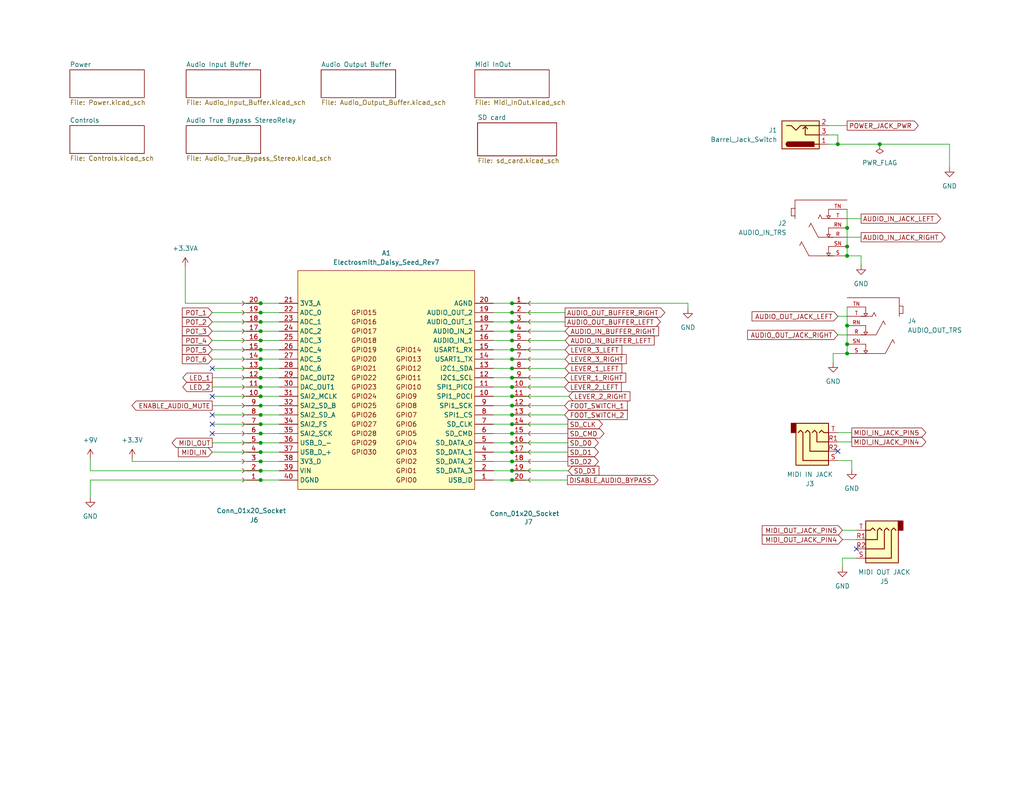
<source format=kicad_sch>
(kicad_sch (version 20250114) (generator "eeschema") (generator_version "9.0")
  (paper "USLetter")
  (title_block (title "Daisy Seed Guitar Pedal 125B") (date "2024-02-25") (rev "6") (company "Made by Keith Shepherd (kshep@mac.com)") (comment 1 "https://github.com/electro-smith/Hardware/blob/master/reference/daisy_petal/") (comment 2 "Schematic loosly based on the Electro-Smith Daisy Petal Reference Hardware Rev 5"))
  (lib_symbols
    (symbol "Connector:Barrel_Jack_Switch" (pin_names (hide yes))
      (property "Reference" "J" (at 0 5.334 0))
      (property "Value" "Barrel_Jack_Switch" (at 0 -5.08 0))
      (symbol "Barrel_Jack_Switch_0_1"
        (rectangle (start -5.08 3.81) (end 5.08 -3.81) (stroke (width 0.254)) (fill (type background)))
        (polyline (pts (xy -3.81 -2.54) (xy -2.54 -2.54) (xy -1.27 -1.27) (xy 0 -2.54) (xy 2.54 -2.54) (xy 5.08 -2.54)) (stroke (width 0.254)))
        (arc (start -3.302 1.905) (mid -3.9343 2.54) (end -3.302 3.175) (stroke (width 0.254)))
        (arc (start -3.302 1.905) (mid -3.9343 2.54) (end -3.302 3.175) (stroke (width 0.254)) (fill (type outline)))
        (polyline (pts (xy 1.27 -2.286) (xy 1.905 -1.651)) (stroke (width 0.254)))
        (rectangle (start 3.683 3.175) (end -3.302 1.905) (stroke (width 0.254)) (fill (type outline)))
        (polyline (pts (xy 5.08 2.54) (xy 3.81 2.54)) (stroke (width 0.254)))
        (polyline (pts (xy 5.08 0) (xy 1.27 0) (xy 1.27 -2.286) (xy 0.635 -1.651)) (stroke (width 0.254)))
      )
      (symbol "Barrel_Jack_Switch_1_1"
        (pin passive line (at 7.62 2.54 180) (length 2.54) (name "~") (number "1"))
        (pin passive line (at 7.62 0 180) (length 2.54) (name "~") (number "3"))
        (pin passive line (at 7.62 -2.54 180) (length 2.54) (name "~") (number "2"))
      )
    )
    (symbol "Connector:Conn_01x20_Socket" (pin_names (offset 1.016) (hide yes))
      (property "Reference" "J" (at 0 25.4 0))
      (property "Value" "Conn_01x20_Socket" (at 0 -27.94 0))
      (symbol "Conn_01x20_Socket_1_1"
        (polyline (pts (xy -1.27 22.86) (xy -0.508 22.86)) (stroke (width 0.1524)))
        (polyline (pts (xy -1.27 20.32) (xy -0.508 20.32)) (stroke (width 0.1524)))
        (polyline (pts (xy -1.27 17.78) (xy -0.508 17.78)) (stroke (width 0.1524)))
        (polyline (pts (xy -1.27 15.24) (xy -0.508 15.24)) (stroke (width 0.1524)))
        (polyline (pts (xy -1.27 12.7) (xy -0.508 12.7)) (stroke (width 0.1524)))
        (polyline (pts (xy -1.27 10.16) (xy -0.508 10.16)) (stroke (width 0.1524)))
        (polyline (pts (xy -1.27 7.62) (xy -0.508 7.62)) (stroke (width 0.1524)))
        (polyline (pts (xy -1.27 5.08) (xy -0.508 5.08)) (stroke (width 0.1524)))
        (polyline (pts (xy -1.27 2.54) (xy -0.508 2.54)) (stroke (width 0.1524)))
        (polyline (pts (xy -1.27 0) (xy -0.508 0)) (stroke (width 0.1524)))
        (polyline (pts (xy -1.27 -2.54) (xy -0.508 -2.54)) (stroke (width 0.1524)))
        (polyline (pts (xy -1.27 -5.08) (xy -0.508 -5.08)) (stroke (width 0.1524)))
        (polyline (pts (xy -1.27 -7.62) (xy -0.508 -7.62)) (stroke (width 0.1524)))
        (polyline (pts (xy -1.27 -10.16) (xy -0.508 -10.16)) (stroke (width 0.1524)))
        (polyline (pts (xy -1.27 -12.7) (xy -0.508 -12.7)) (stroke (width 0.1524)))
        (polyline (pts (xy -1.27 -15.24) (xy -0.508 -15.24)) (stroke (width 0.1524)))
        (polyline (pts (xy -1.27 -17.78) (xy -0.508 -17.78)) (stroke (width 0.1524)))
        (polyline (pts (xy -1.27 -20.32) (xy -0.508 -20.32)) (stroke (width 0.1524)))
        (polyline (pts (xy -1.27 -22.86) (xy -0.508 -22.86)) (stroke (width 0.1524)))
        (polyline (pts (xy -1.27 -25.4) (xy -0.508 -25.4)) (stroke (width 0.1524)))
        (arc (start 0 22.352) (mid -0.5058 22.86) (end 0 23.368) (stroke (width 0.1524)))
        (arc (start 0 19.812) (mid -0.5058 20.32) (end 0 20.828) (stroke (width 0.1524)))
        (arc (start 0 17.272) (mid -0.5058 17.78) (end 0 18.288) (stroke (width 0.1524)))
        (arc (start 0 14.732) (mid -0.5058 15.24) (end 0 15.748) (stroke (width 0.1524)))
        (arc (start 0 12.192) (mid -0.5058 12.7) (end 0 13.208) (stroke (width 0.1524)))
        (arc (start 0 9.652) (mid -0.5058 10.16) (end 0 10.668) (stroke (width 0.1524)))
        (arc (start 0 7.112) (mid -0.5058 7.62) (end 0 8.128) (stroke (width 0.1524)))
        (arc (start 0 4.572) (mid -0.5058 5.08) (end 0 5.588) (stroke (width 0.1524)))
        (arc (start 0 2.032) (mid -0.5058 2.54) (end 0 3.048) (stroke (width 0.1524)))
        (arc (start 0 -0.508) (mid -0.5058 0) (end 0 0.508) (stroke (width 0.1524)))
        (arc (start 0 -3.048) (mid -0.5058 -2.54) (end 0 -2.032) (stroke (width 0.1524)))
        (arc (start 0 -5.588) (mid -0.5058 -5.08) (end 0 -4.572) (stroke (width 0.1524)))
        (arc (start 0 -8.128) (mid -0.5058 -7.62) (end 0 -7.112) (stroke (width 0.1524)))
        (arc (start 0 -10.668) (mid -0.5058 -10.16) (end 0 -9.652) (stroke (width 0.1524)))
        (arc (start 0 -13.208) (mid -0.5058 -12.7) (end 0 -12.192) (stroke (width 0.1524)))
        (arc (start 0 -15.748) (mid -0.5058 -15.24) (end 0 -14.732) (stroke (width 0.1524)))
        (arc (start 0 -18.288) (mid -0.5058 -17.78) (end 0 -17.272) (stroke (width 0.1524)))
        (arc (start 0 -20.828) (mid -0.5058 -20.32) (end 0 -19.812) (stroke (width 0.1524)))
        (arc (start 0 -23.368) (mid -0.5058 -22.86) (end 0 -22.352) (stroke (width 0.1524)))
        (arc (start 0 -25.908) (mid -0.5058 -25.4) (end 0 -24.892) (stroke (width 0.1524)))
        (pin passive line (at -5.08 22.86 0) (length 3.81) (name "Pin_1") (number "1"))
        (pin passive line (at -5.08 20.32 0) (length 3.81) (name "Pin_2") (number "2"))
        (pin passive line (at -5.08 17.78 0) (length 3.81) (name "Pin_3") (number "3"))
        (pin passive line (at -5.08 15.24 0) (length 3.81) (name "Pin_4") (number "4"))
        (pin passive line (at -5.08 12.7 0) (length 3.81) (name "Pin_5") (number "5"))
        (pin passive line (at -5.08 10.16 0) (length 3.81) (name "Pin_6") (number "6"))
        (pin passive line (at -5.08 7.62 0) (length 3.81) (name "Pin_7") (number "7"))
        (pin passive line (at -5.08 5.08 0) (length 3.81) (name "Pin_8") (number "8"))
        (pin passive line (at -5.08 2.54 0) (length 3.81) (name "Pin_9") (number "9"))
        (pin passive line (at -5.08 0 0) (length 3.81) (name "Pin_10") (number "10"))
        (pin passive line (at -5.08 -2.54 0) (length 3.81) (name "Pin_11") (number "11"))
        (pin passive line (at -5.08 -5.08 0) (length 3.81) (name "Pin_12") (number "12"))
        (pin passive line (at -5.08 -7.62 0) (length 3.81) (name "Pin_13") (number "13"))
        (pin passive line (at -5.08 -10.16 0) (length 3.81) (name "Pin_14") (number "14"))
        (pin passive line (at -5.08 -12.7 0) (length 3.81) (name "Pin_15") (number "15"))
        (pin passive line (at -5.08 -15.24 0) (length 3.81) (name "Pin_16") (number "16"))
        (pin passive line (at -5.08 -17.78 0) (length 3.81) (name "Pin_17") (number "17"))
        (pin passive line (at -5.08 -20.32 0) (length 3.81) (name "Pin_18") (number "18"))
        (pin passive line (at -5.08 -22.86 0) (length 3.81) (name "Pin_19") (number "19"))
        (pin passive line (at -5.08 -25.4 0) (length 3.81) (name "Pin_20") (number "20"))
      )
    )
    (symbol "Connector_Audio:AudioJack4"
      (property "Reference" "J" (at 0 8.89 0))
      (property "Value" "AudioJack4" (at 0 6.35 0))
      (symbol "AudioJack4_0_1"
        (rectangle (start -6.35 -5.08) (end -7.62 -7.62) (stroke (width 0.254)) (fill (type outline)))
        (polyline (pts (xy -5.715 -5.08) (xy -5.08 -5.715) (xy -4.445 -5.08) (xy -4.445 2.54) (xy 2.54 2.54)) (stroke (width 0.254)))
        (polyline (pts (xy -1.905 -5.08) (xy -1.27 -5.715) (xy -0.635 -5.08) (xy -0.635 -2.54) (xy 2.54 -2.54)) (stroke (width 0.254)))
        (polyline (pts (xy 0 -5.08) (xy 0.635 -5.715) (xy 1.27 -5.08) (xy 2.54 -5.08)) (stroke (width 0.254)))
        (rectangle (start 2.54 3.81) (end -6.35 -7.62) (stroke (width 0.254)) (fill (type background)))
        (polyline (pts (xy 2.54 0) (xy -2.54 0) (xy -2.54 -5.08) (xy -3.175 -5.715) (xy -3.81 -5.08)) (stroke (width 0.254)))
      )
      (symbol "AudioJack4_1_1"
        (pin passive line (at 5.08 2.54 180) (length 2.54) (name "~") (number "S"))
        (pin passive line (at 5.08 0 180) (length 2.54) (name "~") (number "R2"))
        (pin passive line (at 5.08 -2.54 180) (length 2.54) (name "~") (number "R1"))
        (pin passive line (at 5.08 -5.08 180) (length 2.54) (name "~") (number "T"))
      )
    )
    (symbol "GuitarPedal125B:Electrosmith_Daisy_Seed_Rev7"
      (property "Reference" "A" (at -1.27 30.48 0))
      (property "Value" "Electrosmith_Daisy_Seed_Rev7" (at 13.97 27.94 0))
      (symbol "Electrosmith_Daisy_Seed_Rev7_0_0"
        (text "GPIO15" (at -2.54 21.59 0) (effects (font (size 1.27 1.27)) (justify right)))
        (text "GPIO16" (at -2.54 19.05 0) (effects (font (size 1.27 1.27)) (justify right)))
        (text "GPIO17" (at -2.54 16.51 0) (effects (font (size 1.27 1.27)) (justify right)))
        (text "GPIO18" (at -2.54 13.97 0) (effects (font (size 1.27 1.27)) (justify right)))
        (text "GPIO19" (at -2.54 11.43 0) (effects (font (size 1.27 1.27)) (justify right)))
        (text "GPIO20" (at -2.54 8.89 0) (effects (font (size 1.27 1.27)) (justify right)))
        (text "GPIO21" (at -2.54 6.35 0) (effects (font (size 1.27 1.27)) (justify right)))
        (text "GPIO22" (at -2.54 3.81 0) (effects (font (size 1.27 1.27)) (justify right)))
        (text "GPIO23" (at -2.54 1.27 0) (effects (font (size 1.27 1.27)) (justify right)))
        (text "GPIO24" (at -2.54 -1.27 0) (effects (font (size 1.27 1.27)) (justify right)))
        (text "GPIO25" (at -2.54 -3.81 0) (effects (font (size 1.27 1.27)) (justify right)))
        (text "GPIO26" (at -2.54 -6.35 0) (effects (font (size 1.27 1.27)) (justify right)))
        (text "GPIO27" (at -2.54 -8.89 0) (effects (font (size 1.27 1.27)) (justify right)))
        (text "GPIO28" (at -2.54 -11.43 0) (effects (font (size 1.27 1.27)) (justify right)))
        (text "GPIO29" (at -2.54 -13.97 0) (effects (font (size 1.27 1.27)) (justify right)))
        (text "GPIO30" (at -2.54 -16.51 0) (effects (font (size 1.27 1.27)) (justify right)))
        (text "GPIO14" (at 2.54 11.43 0) (effects (font (size 1.27 1.27)) (justify left)))
        (text "GPIO13" (at 2.54 8.89 0) (effects (font (size 1.27 1.27)) (justify left)))
        (text "GPIO12" (at 2.54 6.35 0) (effects (font (size 1.27 1.27)) (justify left)))
        (text "GPIO11" (at 2.54 3.81 0) (effects (font (size 1.27 1.27)) (justify left)))
        (text "GPIO10" (at 2.54 1.27 0) (effects (font (size 1.27 1.27)) (justify left)))
        (text "GPIO9" (at 2.54 -1.27 0) (effects (font (size 1.27 1.27)) (justify left)))
        (text "GPIO8" (at 2.54 -3.81 0) (effects (font (size 1.27 1.27)) (justify left)))
        (text "GPIO7" (at 2.54 -6.35 0) (effects (font (size 1.27 1.27)) (justify left)))
        (text "GPIO6" (at 2.54 -8.89 0) (effects (font (size 1.27 1.27)) (justify left)))
        (text "GPIO5" (at 2.54 -11.43 0) (effects (font (size 1.27 1.27)) (justify left)))
        (text "GPIO4" (at 2.54 -13.97 0) (effects (font (size 1.27 1.27)) (justify left)))
        (text "GPIO3" (at 2.54 -16.51 0) (effects (font (size 1.27 1.27)) (justify left)))
        (text "GPIO2" (at 2.54 -19.05 0) (effects (font (size 1.27 1.27)) (justify left)))
        (text "GPIO1" (at 2.54 -21.59 0) (effects (font (size 1.27 1.27)) (justify left)))
        (text "GPIO0" (at 2.54 -24.13 0) (effects (font (size 1.27 1.27)) (justify left)))
        (pin power_out line (at -29.21 24.13 0) (length 5.08) (name "3V3_A") (number "21"))
        (pin bidirectional line (at -29.21 21.59 0) (length 5.08) (name "ADC_0") (number "22"))
        (pin bidirectional line (at -29.21 19.05 0) (length 5.08) (name "ADC_1") (number "23"))
        (pin bidirectional line (at -29.21 16.51 0) (length 5.08) (name "ADC_2") (number "24"))
        (pin bidirectional line (at -29.21 13.97 0) (length 5.08) (name "ADC_3") (number "25"))
        (pin bidirectional line (at -29.21 11.43 0) (length 5.08) (name "ADC_4") (number "26"))
        (pin bidirectional line (at -29.21 8.89 0) (length 5.08) (name "ADC_5") (number "27"))
        (pin bidirectional line (at -29.21 6.35 0) (length 5.08) (name "ADC_6") (number "28"))
        (pin bidirectional line (at -29.21 3.81 0) (length 5.08) (name "DAC_OUT2") (number "29"))
        (pin bidirectional line (at -29.21 1.27 0) (length 5.08) (name "DAC_OUT1") (number "30"))
        (pin bidirectional line (at -29.21 -1.27 0) (length 5.08) (name "SAI2_MCLK") (number "31"))
        (pin bidirectional line (at -29.21 -3.81 0) (length 5.08) (name "SAI2_SD_B") (number "32"))
        (pin bidirectional line (at -29.21 -6.35 0) (length 5.08) (name "SAI2_SD_A") (number "33"))
        (pin bidirectional line (at -29.21 -8.89 0) (length 5.08) (name "SAI2_FS") (number "34"))
        (pin bidirectional line (at -29.21 -11.43 0) (length 5.08) (name "SAI2_SCK") (number "35"))
        (pin bidirectional line (at -29.21 -13.97 0) (length 5.08) (name "USB_D_-") (number "36"))
        (pin bidirectional line (at -29.21 -16.51 0) (length 5.08) (name "USB_D_+") (number "37"))
        (pin power_out line (at -29.21 -19.05 0) (length 5.08) (name "3V3_D") (number "38"))
        (pin power_in line (at -29.21 -21.59 0) (length 5.08) (name "VIN") (number "39"))
        (pin power_in line (at -29.21 -24.13 0) (length 5.08) (name "DGND") (number "40"))
        (pin power_in line (at 29.21 24.13 180) (length 5.08) (name "AGND") (number "20"))
        (pin output line (at 29.21 21.59 180) (length 5.08) (name "AUDIO_OUT_2") (number "19"))
        (pin output line (at 29.21 19.05 180) (length 5.08) (name "AUDIO_OUT_1") (number "18"))
        (pin input line (at 29.21 16.51 180) (length 5.08) (name "AUDIO_IN_2") (number "17"))
        (pin input line (at 29.21 13.97 180) (length 5.08) (name "AUDIO_IN_1") (number "16"))
        (pin bidirectional line (at 29.21 11.43 180) (length 5.08) (name "USART1_RX") (number "15"))
        (pin bidirectional line (at 29.21 8.89 180) (length 5.08) (name "USART1_TX") (number "14"))
        (pin bidirectional line (at 29.21 6.35 180) (length 5.08) (name "I2C1_SDA") (number "13"))
        (pin bidirectional line (at 29.21 3.81 180) (length 5.08) (name "I2C1_SCL") (number "12"))
        (pin bidirectional line (at 29.21 1.27 180) (length 5.08) (name "SPI1_PICO") (number "11"))
        (pin bidirectional line (at 29.21 -1.27 180) (length 5.08) (name "SPI1_POCI") (number "10"))
        (pin bidirectional line (at 29.21 -3.81 180) (length 5.08) (name "SPI1_SCK") (number "9"))
        (pin bidirectional line (at 29.21 -6.35 180) (length 5.08) (name "SPI1_CS") (number "8"))
        (pin bidirectional line (at 29.21 -8.89 180) (length 5.08) (name "SD_CLK") (number "7"))
        (pin bidirectional line (at 29.21 -11.43 180) (length 5.08) (name "SD_CMD") (number "6"))
        (pin bidirectional line (at 29.21 -13.97 180) (length 5.08) (name "SD_DATA_0") (number "5"))
        (pin bidirectional line (at 29.21 -16.51 180) (length 5.08) (name "SD_DATA_1") (number "4"))
        (pin bidirectional line (at 29.21 -19.05 180) (length 5.08) (name "SD_DATA_2") (number "3"))
        (pin bidirectional line (at 29.21 -21.59 180) (length 5.08) (name "SD_DATA_3") (number "2"))
        (pin bidirectional line (at 29.21 -24.13 180) (length 5.08) (name "USB_ID") (number "1"))
      )
      (symbol "Electrosmith_Daisy_Seed_Rev7_0_1"
        (rectangle (start -24.13 33.02) (end 24.13 -26.67) (fill (type background)))
      )
    )
    (symbol "NMJ6HCD2:NMJ6HCD2" (pin_names (offset 1.016))
      (property "Reference" "J" (at -7.6236 8.1319 0))
      (property "Value" "NMJ6HCD2" (at -7.6298 -10.1747 0))
      (symbol "NMJ6HCD2_0_0"
        (polyline (pts (xy -7.62 -3.302) (xy -7.62 -5.334)) (stroke (width 0.1524)))
        (polyline (pts (xy -7.62 -5.334) (xy -6.604 -5.334)) (stroke (width 0.1524)))
        (polyline (pts (xy -6.604 -2.54) (xy -6.604 -3.302)) (stroke (width 0.1524)))
        (polyline (pts (xy -6.604 -3.302) (xy -7.62 -3.302)) (stroke (width 0.1524)))
        (polyline (pts (xy -6.604 -5.334) (xy -6.604 -3.302)) (stroke (width 0.1524)))
        (polyline (pts (xy -6.604 -7.62) (xy -6.604 -5.334)) (stroke (width 0.1524)))
        (polyline (pts (xy -4.826 3.81) (xy -5.334 4.826)) (stroke (width 0.1524)))
        (polyline (pts (xy -2.794 7.62) (xy -4.826 3.81)) (stroke (width 0.1524)))
        (polyline (pts (xy -2.286 -1.27) (xy -2.794 -0.254)) (stroke (width 0.1524)))
        (polyline (pts (xy -0.254 2.54) (xy -2.286 -1.27)) (stroke (width 0.1524)))
        (polyline (pts (xy 0.254 -3.556) (xy -0.254 -2.54)) (stroke (width 0.1524)))
        (polyline (pts (xy 0.762 -2.54) (xy 0.254 -3.556)) (stroke (width 0.1524)))
        (polyline (pts (xy 2.032 6.858) (xy 2.54 6.858)) (stroke (width 0.1524)))
        (polyline (pts (xy 2.032 1.778) (xy 2.54 1.778)) (stroke (width 0.1524)))
        (polyline (pts (xy 2.032 -3.302) (xy 2.54 -3.302)) (stroke (width 0.1524)))
        (polyline (pts (xy 2.54 7.62) (xy -2.794 7.62)) (stroke (width 0.1524)))
        (polyline (pts (xy 2.54 7.62) (xy 2.032 6.858)) (stroke (width 0.1524)))
        (polyline (pts (xy 2.54 6.858) (xy 2.54 5.08)) (stroke (width 0.1524)))
        (polyline (pts (xy 2.54 6.858) (xy 3.048 6.858)) (stroke (width 0.1524)))
        (polyline (pts (xy 2.54 2.54) (xy -0.254 2.54)) (stroke (width 0.1524)))
        (polyline (pts (xy 2.54 2.54) (xy 2.032 1.778)) (stroke (width 0.1524)))
        (polyline (pts (xy 2.54 1.778) (xy 2.54 0)) (stroke (width 0.1524)))
        (polyline (pts (xy 2.54 1.778) (xy 3.048 1.778)) (stroke (width 0.1524)))
        (polyline (pts (xy 2.54 -2.54) (xy 0.762 -2.54)) (stroke (width 0.1524)))
        (polyline (pts (xy 2.54 -2.54) (xy 2.032 -3.302)) (stroke (width 0.1524)))
        (polyline (pts (xy 2.54 -3.302) (xy 2.54 -5.08)) (stroke (width 0.1524)))
        (polyline (pts (xy 2.54 -3.302) (xy 3.048 -3.302)) (stroke (width 0.1524)))
        (polyline (pts (xy 3.048 6.858) (xy 2.54 7.62)) (stroke (width 0.1524)))
        (polyline (pts (xy 3.048 1.778) (xy 2.54 2.54)) (stroke (width 0.1524)))
        (polyline (pts (xy 3.048 -3.302) (xy 2.54 -2.54)) (stroke (width 0.1524)))
        (polyline (pts (xy 3.81 7.62) (xy 2.54 7.62)) (stroke (width 0.1524)))
        (polyline (pts (xy 3.81 2.54) (xy 2.54 2.54)) (stroke (width 0.1524)))
        (polyline (pts (xy 3.81 -2.54) (xy 2.54 -2.54)) (stroke (width 0.1524)))
        (polyline (pts (xy 7.62 -7.62) (xy -6.604 -7.62)) (stroke (width 0.1524)))
        (pin passive line (at 7.62 7.62 180) (length 5.08) (name "~") (number "S"))
        (pin passive line (at 7.62 5.08 180) (length 5.08) (name "~") (number "SN"))
        (pin passive line (at 7.62 2.54 180) (length 5.08) (name "~") (number "R"))
        (pin passive line (at 7.62 0 180) (length 5.08) (name "~") (number "RN"))
        (pin passive line (at 7.62 -2.54 180) (length 5.08) (name "~") (number "T"))
        (pin passive line (at 7.62 -5.08 180) (length 5.08) (name "~") (number "TN"))
      )
    )
    (symbol "power:+3.3V" (power) (pin_names (offset 0))
      (property "Value" "+3.3V" (at 0 3.556 0))
      (symbol "+3.3V_0_1"
        (polyline (pts (xy -0.762 1.27) (xy 0 2.54)))
        (polyline (pts (xy 0 2.54) (xy 0.762 1.27)))
        (polyline (pts (xy 0 0) (xy 0 2.54)))
      )
      (symbol "+3.3V_1_1"
        (pin power_in line (at 0 0 90) (length 0) (hide yes) (name "+3.3V") (number "1"))
      )
    )
    (symbol "power:+3.3VA" (power) (pin_names (offset 0))
      (property "Value" "+3.3VA" (at 0 3.556 0))
      (symbol "+3.3VA_0_1"
        (polyline (pts (xy -0.762 1.27) (xy 0 2.54)))
        (polyline (pts (xy 0 2.54) (xy 0.762 1.27)))
        (polyline (pts (xy 0 0) (xy 0 2.54)))
      )
      (symbol "+3.3VA_1_1"
        (pin power_in line (at 0 0 90) (length 0) (hide yes) (name "+3.3VA") (number "1"))
      )
    )
    (symbol "power:+9V" (power) (pin_names (offset 0))
      (property "Value" "+9V" (at 0 3.556 0))
      (symbol "+9V_0_1"
        (polyline (pts (xy -0.762 1.27) (xy 0 2.54)))
        (polyline (pts (xy 0 2.54) (xy 0.762 1.27)))
        (polyline (pts (xy 0 0) (xy 0 2.54)))
      )
      (symbol "+9V_1_1"
        (pin power_in line (at 0 0 90) (length 0) (hide yes) (name "+9V") (number "1"))
      )
    )
    (symbol "power:GND" (power) (pin_names (offset 0))
      (property "Value" "GND" (at 0 -3.81 0))
      (symbol "GND_0_1"
        (polyline (pts (xy 0 0) (xy 0 -1.27) (xy 1.27 -1.27) (xy 0 -2.54) (xy -1.27 -1.27) (xy 0 -1.27)))
      )
      (symbol "GND_1_1"
        (pin power_in line (at 0 0 270) (length 0) (hide yes) (name "GND") (number "1"))
      )
    )
    (symbol "power:PWR_FLAG" (power) (pin_numbers (hide yes)) (pin_names (offset 0) (hide yes))
      (property "Value" "PWR_FLAG" (at 0 3.81 0))
      (symbol "PWR_FLAG_0_0"
        (pin power_out line (at 0 0 90) (length 0) (name "pwr") (number "1"))
      )
      (symbol "PWR_FLAG_0_1"
        (polyline (pts (xy 0 0) (xy 0 1.27) (xy -1.016 1.905) (xy 0 2.54) (xy 1.016 1.905) (xy 0 1.27)))
      )
    )
  )
  (junction (at 139.7 131.064))
  (junction (at 71.12 95.504))
  (junction (at 231.14 69.85))
  (junction (at 139.7 115.824))
  (junction (at 228.6 39.37))
  (junction (at 71.12 118.364))
  (junction (at 139.7 90.424))
  (junction (at 139.7 98.044))
  (junction (at 71.12 103.124))
  (junction (at 139.7 92.964))
  (junction (at 71.12 110.744))
  (junction (at 71.12 120.904))
  (junction (at 139.7 100.584))
  (junction (at 71.12 82.804))
  (junction (at 71.12 90.424))
  (junction (at 71.12 92.964))
  (junction (at 139.7 128.524))
  (junction (at 71.12 123.444))
  (junction (at 71.12 131.064))
  (junction (at 231.14 88.9))
  (junction (at 139.7 120.904))
  (junction (at 231.14 93.98))
  (junction (at 139.7 103.124))
  (junction (at 71.12 125.984))
  (junction (at 139.7 85.344))
  (junction (at 71.12 85.344))
  (junction (at 71.12 100.584))
  (junction (at 71.12 115.824))
  (junction (at 139.7 105.664))
  (junction (at 231.14 96.52))
  (junction (at 139.7 110.744))
  (junction (at 231.14 67.31))
  (junction (at 71.12 128.524))
  (junction (at 71.12 105.664))
  (junction (at 240.03 39.37))
  (junction (at 139.7 123.444))
  (junction (at 139.7 125.984))
  (junction (at 139.7 87.884))
  (junction (at 139.7 118.364))
  (junction (at 71.12 98.044))
  (junction (at 71.12 108.204))
  (junction (at 71.12 87.884))
  (junction (at 139.7 108.204))
  (junction (at 231.14 62.23))
  (junction (at 139.7 95.504))
  (junction (at 139.7 82.804))
  (junction (at 139.7 113.284))
  (junction (at 71.12 113.284))
  (no_connect (at 57.912 115.824))
  (no_connect (at 57.912 113.284))
  (no_connect (at 233.68 149.86))
  (no_connect (at 228.6 123.19))
  (no_connect (at 57.912 100.584))
  (no_connect (at 57.912 118.364))
  (no_connect (at 57.912 108.204))
  (wire (pts (xy 24.638 131.064) (xy 71.12 131.064)))
  (wire (pts (xy 57.912 105.664) (xy 71.12 105.664)))
  (wire (pts (xy 134.62 115.824) (xy 139.7 115.824)))
  (wire (pts (xy 134.62 98.044) (xy 139.7 98.044)))
  (wire (pts (xy 57.912 87.884) (xy 71.12 87.884)))
  (wire (pts (xy 71.12 105.664) (xy 76.2 105.664)))
  (wire (pts (xy 24.638 125.222) (xy 24.638 128.524)))
  (wire (pts (xy 231.14 88.9) (xy 231.14 93.98)))
  (wire (pts (xy 134.62 95.504) (xy 139.7 95.504)))
  (wire (pts (xy 139.7 110.744) (xy 154.051 110.744)))
  (wire (pts (xy 139.7 115.824) (xy 154.94 115.824)))
  (wire (pts (xy 139.7 105.664) (xy 154.051 105.664)))
  (wire (pts (xy 71.12 118.364) (xy 76.2 118.364)))
  (wire (pts (xy 139.7 82.804) (xy 187.706 82.804)))
  (wire (pts (xy 36.068 125.222) (xy 36.068 125.984)))
  (wire (pts (xy 229.87 144.78) (xy 233.68 144.78)))
  (wire (pts (xy 226.06 36.83) (xy 228.6 36.83)))
  (wire (pts (xy 231.14 83.82) (xy 231.14 88.9)))
  (wire (pts (xy 232.41 128.27) (xy 232.41 125.73)))
  (wire (pts (xy 139.7 113.284) (xy 154.051 113.284)))
  (wire (pts (xy 226.06 34.29) (xy 231.14 34.29)))
  (wire (pts (xy 71.12 113.284) (xy 76.2 113.284)))
  (wire (pts (xy 71.12 90.424) (xy 76.2 90.424)))
  (wire (pts (xy 57.912 100.584) (xy 71.12 100.584)))
  (wire (pts (xy 259.08 45.72) (xy 259.08 39.37)))
  (wire (pts (xy 228.6 36.83) (xy 228.6 39.37)))
  (wire (pts (xy 134.62 105.664) (xy 139.7 105.664)))
  (wire (pts (xy 228.6 86.36) (xy 231.14 86.36)))
  (wire (pts (xy 134.62 131.064) (xy 139.7 131.064)))
  (wire (pts (xy 57.912 98.044) (xy 71.12 98.044)))
  (wire (pts (xy 57.912 90.424) (xy 71.12 90.424)))
  (wire (pts (xy 71.12 82.804) (xy 50.546 82.804)))
  (wire (pts (xy 71.12 110.744) (xy 76.2 110.744)))
  (wire (pts (xy 24.638 135.89) (xy 24.638 131.064)))
  (wire (pts (xy 139.7 92.964) (xy 154.178 92.964)))
  (wire (pts (xy 71.12 120.904) (xy 76.2 120.904)))
  (wire (pts (xy 71.12 128.524) (xy 76.2 128.524)))
  (wire (pts (xy 57.912 110.744) (xy 71.12 110.744)))
  (wire (pts (xy 139.7 95.504) (xy 154.178 95.504)))
  (wire (pts (xy 71.12 125.984) (xy 76.2 125.984)))
  (wire (pts (xy 234.95 69.85) (xy 234.95 72.39)))
  (wire (pts (xy 229.87 152.4) (xy 229.87 154.94)))
  (wire (pts (xy 57.912 103.124) (xy 71.12 103.124)))
  (wire (pts (xy 57.912 123.444) (xy 71.12 123.444)))
  (wire (pts (xy 134.62 125.984) (xy 139.7 125.984)))
  (wire (pts (xy 232.41 120.65) (xy 228.6 120.65)))
  (wire (pts (xy 234.95 59.69) (xy 231.14 59.69)))
  (wire (pts (xy 71.12 123.444) (xy 76.2 123.444)))
  (wire (pts (xy 233.68 152.4) (xy 229.87 152.4)))
  (wire (pts (xy 139.7 108.204) (xy 155.194 108.204)))
  (wire (pts (xy 139.7 90.424) (xy 154.178 90.424)))
  (wire (pts (xy 134.62 103.124) (xy 139.7 103.124)))
  (wire (pts (xy 139.7 120.904) (xy 154.94 120.904)))
  (wire (pts (xy 134.62 110.744) (xy 139.7 110.744)))
  (wire (pts (xy 57.912 95.504) (xy 71.12 95.504)))
  (wire (pts (xy 57.912 115.824) (xy 71.12 115.824)))
  (wire (pts (xy 134.62 113.284) (xy 139.7 113.284)))
  (wire (pts (xy 71.12 115.824) (xy 76.2 115.824)))
  (wire (pts (xy 71.12 95.504) (xy 76.2 95.504)))
  (wire (pts (xy 139.7 128.524) (xy 155.067 128.524)))
  (wire (pts (xy 240.03 39.37) (xy 259.08 39.37)))
  (wire (pts (xy 139.7 100.584) (xy 154.178 100.584)))
  (wire (pts (xy 71.12 103.124) (xy 76.2 103.124)))
  (wire (pts (xy 139.7 98.044) (xy 154.178 98.044)))
  (wire (pts (xy 134.62 118.364) (xy 139.7 118.364)))
  (wire (pts (xy 134.62 87.884) (xy 139.7 87.884)))
  (wire (pts (xy 36.068 125.984) (xy 71.12 125.984)))
  (wire (pts (xy 134.62 92.964) (xy 139.7 92.964)))
  (wire (pts (xy 231.14 69.85) (xy 231.14 67.31)))
  (wire (pts (xy 231.14 57.15) (xy 231.14 62.23)))
  (wire (pts (xy 57.912 113.284) (xy 71.12 113.284)))
  (wire (pts (xy 227.33 96.52) (xy 227.33 99.06)))
  (wire (pts (xy 187.706 82.804) (xy 187.706 84.328)))
  (wire (pts (xy 234.95 64.77) (xy 231.14 64.77)))
  (wire (pts (xy 228.6 118.11) (xy 232.41 118.11)))
  (wire (pts (xy 139.7 125.984) (xy 154.94 125.984)))
  (wire (pts (xy 134.62 128.524) (xy 139.7 128.524)))
  (wire (pts (xy 139.7 103.124) (xy 154.051 103.124)))
  (wire (pts (xy 134.62 123.444) (xy 139.7 123.444)))
  (wire (pts (xy 57.912 92.964) (xy 71.12 92.964)))
  (wire (pts (xy 71.12 108.204) (xy 76.2 108.204)))
  (wire (pts (xy 71.12 92.964) (xy 76.2 92.964)))
  (wire (pts (xy 139.7 87.884) (xy 154.178 87.884)))
  (wire (pts (xy 71.12 131.064) (xy 76.2 131.064)))
  (wire (pts (xy 228.6 125.73) (xy 232.41 125.73)))
  (wire (pts (xy 57.912 118.364) (xy 71.12 118.364)))
  (wire (pts (xy 134.62 120.904) (xy 139.7 120.904)))
  (wire (pts (xy 226.06 39.37) (xy 228.6 39.37)))
  (wire (pts (xy 228.6 39.37) (xy 240.03 39.37)))
  (wire (pts (xy 134.62 100.584) (xy 139.7 100.584)))
  (wire (pts (xy 234.95 69.85) (xy 231.14 69.85)))
  (wire (pts (xy 139.7 131.064) (xy 154.813 131.064)))
  (wire (pts (xy 134.62 90.424) (xy 139.7 90.424)))
  (wire (pts (xy 231.14 62.23) (xy 231.14 67.31)))
  (wire (pts (xy 71.12 87.884) (xy 76.2 87.884)))
  (wire (pts (xy 24.638 128.524) (xy 71.12 128.524)))
  (wire (pts (xy 139.7 85.344) (xy 154.178 85.344)))
  (wire (pts (xy 229.87 147.32) (xy 233.68 147.32)))
  (wire (pts (xy 139.7 123.444) (xy 154.94 123.444)))
  (wire (pts (xy 71.12 98.044) (xy 76.2 98.044)))
  (wire (pts (xy 227.33 96.52) (xy 231.14 96.52)))
  (wire (pts (xy 134.62 108.204) (xy 139.7 108.204)))
  (wire (pts (xy 50.546 82.804) (xy 50.546 72.898)))
  (wire (pts (xy 134.62 82.804) (xy 139.7 82.804)))
  (wire (pts (xy 231.14 93.98) (xy 231.14 96.52)))
  (wire (pts (xy 76.2 82.804) (xy 71.12 82.804)))
  (wire (pts (xy 57.912 108.204) (xy 71.12 108.204)))
  (wire (pts (xy 134.62 85.344) (xy 139.7 85.344)))
  (wire (pts (xy 228.6 91.44) (xy 231.14 91.44)))
  (wire (pts (xy 57.912 120.904) (xy 71.12 120.904)))
  (wire (pts (xy 139.7 118.364) (xy 154.94 118.364)))
  (wire (pts (xy 57.912 85.344) (xy 71.12 85.344)))
  (wire (pts (xy 71.12 100.584) (xy 76.2 100.584)))
  (wire (pts (xy 71.12 85.344) (xy 76.2 85.344)))
  (global_label "FOOT_SWITCH_2" (shape input) (at 154.051 113.284 0) (property "Intersheetrefs" "${INTERSHEET_REFS}" (effects (hide yes))))
  (global_label "AUDIO_OUT_JACK_LEFT" (shape input) (at 228.6 86.36 180) (property "Intersheetrefs" "${INTERSHEET_REFS}" (effects (hide yes))))
  (global_label "AUDIO_IN_JACK_LEFT" (shape output) (at 234.95 59.69 0) (property "Intersheetrefs" "${INTERSHEET_REFS}" (effects (hide yes))))
  (global_label "SD_D0" (shape output) (at 154.94 120.904 0) (property "Intersheetrefs" "${INTERSHEET_REFS}" (effects (hide yes))))
  (global_label "SD_CLK" (shape output) (at 154.94 115.824 0) (property "Intersheetrefs" "${INTERSHEET_REFS}" (effects (hide yes))))
  (global_label "MIDI_IN" (shape input) (at 57.912 123.444 180) (property "Intersheetrefs" "${INTERSHEET_REFS}" (effects (hide yes))))
  (global_label "MIDI_IN_JACK_PIN4" (shape output) (at 232.41 120.65 0) (property "Intersheetrefs" "${INTERSHEET_REFS}" (effects (hide yes))))
  (global_label "POWER_JACK_PWR" (shape output) (at 231.14 34.29 0) (property "Intersheetrefs" "${INTERSHEET_REFS}" (effects (hide yes))))
  (global_label "MIDI_OUT_JACK_PIN5" (shape input) (at 229.87 144.78 180) (property "Intersheetrefs" "${INTERSHEET_REFS}" (effects (hide yes))))
  (global_label "POT_6" (shape input) (at 57.912 98.044 180) (property "Intersheetrefs" "${INTERSHEET_REFS}" (effects (hide yes))))
  (global_label "SD_D1" (shape output) (at 154.94 123.444 0) (property "Intersheetrefs" "${INTERSHEET_REFS}" (effects (hide yes))))
  (global_label "LEVER_2_RIGHT" (shape input) (at 155.194 108.204 0) (property "Intersheetrefs" "${INTERSHEET_REFS}" (effects (hide yes))))
  (global_label "AUDIO_OUT_BUFFER_RIGHT" (shape output) (at 154.178 85.344 0) (property "Intersheetrefs" "${INTERSHEET_REFS}" (effects (hide yes))))
  (global_label "AUDIO_IN_BUFFER_LEFT" (shape input) (at 154.178 92.964 0) (property "Intersheetrefs" "${INTERSHEET_REFS}" (effects (hide yes))))
  (global_label "LEVER_1_RIGHT" (shape input) (at 154.051 103.124 0) (property "Intersheetrefs" "${INTERSHEET_REFS}" (effects (hide yes))))
  (global_label "DISABLE_AUDIO_BYPASS" (shape output) (at 154.813 131.064 0) (property "Intersheetrefs" "${INTERSHEET_REFS}" (effects (hide yes))))
  (global_label "SD_D3" (shape input) (at 155.067 128.524 0) (property "Intersheetrefs" "${INTERSHEET_REFS}" (effects (hide yes))))
  (global_label "MIDI_OUT" (shape output) (at 57.912 120.904 180) (property "Intersheetrefs" "${INTERSHEET_REFS}" (effects (hide yes))))
  (global_label "LED_1" (shape output) (at 57.912 103.124 180) (property "Intersheetrefs" "${INTERSHEET_REFS}" (effects (hide yes))))
  (global_label "FOOT_SWITCH_1" (shape input) (at 154.051 110.744 0) (property "Intersheetrefs" "${INTERSHEET_REFS}" (effects (hide yes))))
  (global_label "LEVER_2_LEFT" (shape input) (at 154.051 105.664 0) (property "Intersheetrefs" "${INTERSHEET_REFS}" (effects (hide yes))))
  (global_label "ENABLE_AUDIO_MUTE" (shape output) (at 57.912 110.744 180) (property "Intersheetrefs" "${INTERSHEET_REFS}" (effects (hide yes))))
  (global_label "SD_D2" (shape output) (at 154.94 125.984 0) (property "Intersheetrefs" "${INTERSHEET_REFS}" (effects (hide yes))))
  (global_label "MIDI_OUT_JACK_PIN4" (shape input) (at 229.87 147.32 180) (property "Intersheetrefs" "${INTERSHEET_REFS}" (effects (hide yes))))
  (global_label "POT_5" (shape input) (at 57.912 95.504 180) (property "Intersheetrefs" "${INTERSHEET_REFS}" (effects (hide yes))))
  (global_label "AUDIO_OUT_BUFFER_LEFT" (shape output) (at 154.178 87.884 0) (property "Intersheetrefs" "${INTERSHEET_REFS}" (effects (hide yes))))
  (global_label "LED_2" (shape output) (at 57.912 105.664 180) (property "Intersheetrefs" "${INTERSHEET_REFS}" (effects (hide yes))))
  (global_label "LEVER_3_RIGHT" (shape input) (at 154.178 98.044 0) (property "Intersheetrefs" "${INTERSHEET_REFS}" (effects (hide yes))))
  (global_label "LEVER_1_LEFT" (shape input) (at 154.178 100.584 0) (property "Intersheetrefs" "${INTERSHEET_REFS}" (effects (hide yes))))
  (global_label "LEVER_3_LEFT" (shape input) (at 154.178 95.504 0) (property "Intersheetrefs" "${INTERSHEET_REFS}" (effects (hide yes))))
  (global_label "AUDIO_IN_BUFFER_RIGHT" (shape input) (at 154.178 90.424 0) (property "Intersheetrefs" "${INTERSHEET_REFS}" (effects (hide yes))))
  (global_label "POT_2" (shape input) (at 57.912 87.884 180) (property "Intersheetrefs" "${INTERSHEET_REFS}" (effects (hide yes))))
  (global_label "SD_CMD" (shape output) (at 154.94 118.364 0) (property "Intersheetrefs" "${INTERSHEET_REFS}" (effects (hide yes))))
  (global_label "AUDIO_IN_JACK_RIGHT" (shape output) (at 234.95 64.77 0) (property "Intersheetrefs" "${INTERSHEET_REFS}" (effects (hide yes))))
  (global_label "POT_1" (shape input) (at 57.912 85.344 180) (property "Intersheetrefs" "${INTERSHEET_REFS}" (effects (hide yes))))
  (global_label "AUDIO_OUT_JACK_RIGHT" (shape input) (at 228.6 91.44 180) (property "Intersheetrefs" "${INTERSHEET_REFS}" (effects (hide yes))))
  (global_label "MIDI_IN_JACK_PIN5" (shape output) (at 232.41 118.11 0) (property "Intersheetrefs" "${INTERSHEET_REFS}" (effects (hide yes))))
  (global_label "POT_4" (shape input) (at 57.912 92.964 180) (property "Intersheetrefs" "${INTERSHEET_REFS}" (effects (hide yes))))
  (global_label "POT_3" (shape input) (at 57.912 90.424 180) (property "Intersheetrefs" "${INTERSHEET_REFS}" (effects (hide yes))))
  (symbol (lib_id "power:+3.3V") (at 36.068 125.222 0) (unit 1)
    (property "Reference" "#PWR02" (effects (hide yes)))
    (property "Value" "+3.3V" (at 36.068 120.142 0))
  )
  (symbol (lib_id "Connector:Conn_01x20_Socket") (at 144.78 105.664 0) (unit 1) (in_bom no)
    (property "Reference" "J7" (at 143.002 142.494 0) (effects (justify left)))
    (property "Value" "Conn_01x20_Socket" (at 133.604 140.208 0) (effects (justify left)))
    (property "Footprint" "GuitarPedal125B:PinSocket1x20_P2.54mm_Vertical_JLCPCB" (effects (hide yes)))
  )
  (symbol (lib_id "power:GND") (at 229.87 154.94 0) (unit 1)
    (property "Reference" "#PWR06" (effects (hide yes)))
    (property "Value" "GND" (at 229.87 160.02 0))
  )
  (symbol (lib_id "GuitarPedal125B:Electrosmith_Daisy_Seed_Rev7") (at 105.41 106.934 0) (unit 1) (in_bom no) (on_board no)
    (property "Reference" "A1" (at 105.41 69.088 0))
    (property "Value" "Electrosmith_Daisy_Seed_Rev7" (at 105.41 71.628 0))
    (property "Datasheet" "https://static1.squarespace.com/static/58d03fdc1b10e3bf442567b8/t/6227e6236f02fb68d1577146/1646781988478/Daisy_Seed_datasheet_v1.0.3.pdf" (effects (hide yes)))
  )
  (symbol (lib_id "power:GND") (at 187.706 84.328 0) (unit 1)
    (property "Reference" "#PWR03" (effects (hide yes)))
    (property "Value" "GND" (at 187.706 89.408 0))
  )
  (symbol (lib_id "power:GND") (at 234.95 72.39 0) (mirror y) (unit 1)
    (property "Reference" "#PWR08" (effects (hide yes)))
    (property "Value" "GND" (at 234.95 77.47 0))
  )
  (symbol (lib_id "Connector:Barrel_Jack_Switch") (at 218.44 36.83 0) (mirror x) (unit 1) (in_bom no)
    (property "Reference" "J1" (at 212.09 35.5599 0) (effects (justify right)))
    (property "Value" "Barrel_Jack_Switch" (at 212.09 38.0999 0) (effects (justify right)))
    (property "Footprint" "GuitarPedal125B:Generic_PowerJack" (effects (hide yes)))
    (property "MPN" "C136744" (effects (hide yes)))
  )
  (symbol (lib_id "Connector_Audio:AudioJack4") (at 238.76 149.86 180) (unit 1) (in_bom no)
    (property "Reference" "J5" (at 241.3 158.75 0))
    (property "Value" "MIDI OUT JACK" (at 241.3 156.21 0))
    (property "Footprint" "GuitarPedal125B:PJ-320A" (effects (hide yes)))
    (property "MPN" "C2884926" (effects (hide yes)))
  )
  (symbol (lib_id "power:+9V") (at 24.638 125.222 0) (unit 1)
    (property "Reference" "#PWR01" (effects (hide yes)))
    (property "Value" "+9V" (at 24.638 120.142 0))
  )
  (symbol (lib_id "power:GND") (at 24.638 135.89 0) (unit 1)
    (property "Reference" "#PWR066" (effects (hide yes)))
    (property "Value" "GND" (at 24.638 140.97 0))
  )
  (symbol (lib_id "NMJ6HCD2:NMJ6HCD2") (at 223.52 62.23 0) (mirror x) (unit 1) (in_bom no)
    (property "Reference" "J2" (at 214.63 60.9599 0) (effects (justify right)))
    (property "Value" "AUDIO_IN_TRS" (at 214.63 63.4999 0) (effects (justify right)))
    (property "Footprint" "Connector_Audio:Jack_6.35mm_Neutrik_NMJ6HCD2_Horizontal" (effects (hide yes)))
    (property "STANDARD" "Manufacturer Recommendations" (effects (hide yes)))
    (property "PARTREV" "26.02.2021" (effects (hide yes)))
    (property "MAXIMUM_PACKAGE_HEIGHT" "15.67 mm" (effects (hide yes)))
    (property "MANUFACTURER" "Neutrik" (effects (hide yes)))
    (property "SNAPEDA_PN" "NMJ6HCD2" (effects (hide yes)))
    (property "MPN" "C368502" (effects (hide yes)))
  )
  (symbol (lib_id "Connector:Conn_01x20_Socket") (at 66.04 108.204 180) (unit 1) (in_bom no)
    (property "Reference" "J6" (at 69.342 141.986 0))
    (property "Value" "Conn_01x20_Socket" (at 68.58 139.446 0))
    (property "Footprint" "GuitarPedal125B:PinSocket1x20_P2.54mm_Vertical_JLCPCB" (effects (hide yes)))
  )
  (symbol (lib_id "power:GND") (at 227.33 99.06 0) (unit 1)
    (property "Reference" "#PWR05" (effects (hide yes)))
    (property "Value" "GND" (at 227.33 104.14 0))
  )
  (symbol (lib_id "power:PWR_FLAG") (at 240.03 39.37 0) (mirror x) (unit 1)
    (property "Reference" "#FLG01" (effects (hide yes)))
    (property "Value" "PWR_FLAG" (at 240.03 44.45 0))
  )
  (symbol (lib_id "power:GND") (at 232.41 128.27 0) (mirror y) (unit 1)
    (property "Reference" "#PWR07" (effects (hide yes)))
    (property "Value" "GND" (at 232.41 133.35 0))
  )
  (symbol (lib_id "power:GND") (at 259.08 45.72 0) (mirror y) (unit 1)
    (property "Reference" "#PWR09" (effects (hide yes)))
    (property "Value" "GND" (at 259.08 50.8 0))
  )
  (symbol (lib_id "power:+3.3VA") (at 50.546 72.898 0) (unit 1)
    (property "Reference" "#PWR04" (effects (hide yes)))
    (property "Value" "+3.3VA" (at 50.546 67.818 0))
  )
  (symbol (lib_id "NMJ6HCD2:NMJ6HCD2") (at 238.76 88.9 180) (unit 1) (in_bom no)
    (property "Reference" "J4" (at 247.65 87.6299 0) (effects (justify right)))
    (property "Value" "AUDIO_OUT_TRS" (at 247.65 90.1699 0) (effects (justify right)))
    (property "Footprint" "Connector_Audio:Jack_6.35mm_Neutrik_NMJ6HCD2_Horizontal" (effects (hide yes)))
    (property "STANDARD" "Manufacturer Recommendations" (effects (hide yes)))
    (property "PARTREV" "26.02.2021" (effects (hide yes)))
    (property "MAXIMUM_PACKAGE_HEIGHT" "15.67 mm" (effects (hide yes)))
    (property "MANUFACTURER" "Neutrik" (effects (hide yes)))
    (property "SNAPEDA_PN" "NMJ6HCD2" (effects (hide yes)))
    (property "MPN" "C368502" (effects (hide yes)))
  )
  (symbol (lib_id "Connector_Audio:AudioJack4") (at 223.52 123.19 0) (mirror x) (unit 1) (in_bom no)
    (property "Reference" "J3" (at 220.98 132.08 0))
    (property "Value" "MIDI IN JACK" (at 220.98 129.54 0))
    (property "Footprint" "GuitarPedal125B:PJ-320A" (effects (hide yes)))
    (property "MPN" "C2884926" (effects (hide yes)))
  )
  (sheet (at 50.8 19.05) (size 20.32 7.62) (stroke (width 0.1524))
    (property "Sheetname" "Audio Input Buffer" (at 50.8 18.3384 0) (effects (justify left bottom)))
    (property "Sheetfile" "Audio_Input_Buffer.kicad_sch" (at 50.8 27.2546 0) (effects (justify left top)))
  )
  (sheet (at 19.05 19.05) (size 20.32 7.62) (stroke (width 0.1524))
    (property "Sheetname" "Power" (at 19.05 18.3384 0) (effects (justify left bottom)))
    (property "Sheetfile" "Power.kicad_sch" (at 19.05 27.2546 0) (effects (justify left top)))
  )
  (sheet (at 87.63 19.05) (size 20.32 7.62) (stroke (width 0.1524))
    (property "Sheetname" "Audio Output Buffer" (at 87.63 18.3384 0) (effects (justify left bottom)))
    (property "Sheetfile" "Audio_Output_Buffer.kicad_sch" (at 87.63 27.2546 0) (effects (justify left top)))
  )
  (sheet (at 19.05 34.29) (size 20.32 7.62) (stroke (width 0.1524))
    (property "Sheetname" "Controls" (at 19.05 33.5784 0) (effects (justify left bottom)))
    (property "Sheetfile" "Controls.kicad_sch" (at 19.05 42.4946 0) (effects (justify left top)))
  )
  (sheet (at 130.302 33.528) (size 21.59 9.017) (stroke (width 0.1524))
    (property "Sheetname" "SD card" (at 130.302 32.8164 0) (effects (justify left bottom)))
    (property "Sheetfile" "sd_card.kicad_sch" (at 130.302 43.1296 0) (effects (justify left top)))
  )
  (sheet (at 129.54 19.05) (size 20.32 7.62) (stroke (width 0.1524))
    (property "Sheetname" "Midi InOut" (at 129.54 18.3384 0) (effects (justify left bottom)))
    (property "Sheetfile" "Midi_InOut.kicad_sch" (at 129.54 27.2546 0) (effects (justify left top)))
  )
  (sheet (at 50.8 34.29) (size 20.32 7.62) (stroke (width 0.1524))
    (property "Sheetname" "Audio True Bypass StereoRelay" (at 50.8 33.5784 0) (effects (justify left bottom)))
    (property "Sheetfile" "Audio_True_Bypass_Stereo.kicad_sch" (at 50.8 42.4946 0) (effects (justify left top)))
  )
)
</source>
